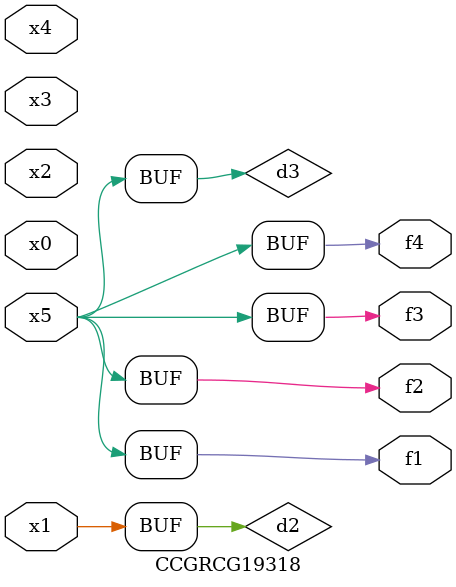
<source format=v>
module CCGRCG19318(
	input x0, x1, x2, x3, x4, x5,
	output f1, f2, f3, f4
);

	wire d1, d2, d3;

	not (d1, x5);
	or (d2, x1);
	xnor (d3, d1);
	assign f1 = d3;
	assign f2 = d3;
	assign f3 = d3;
	assign f4 = d3;
endmodule

</source>
